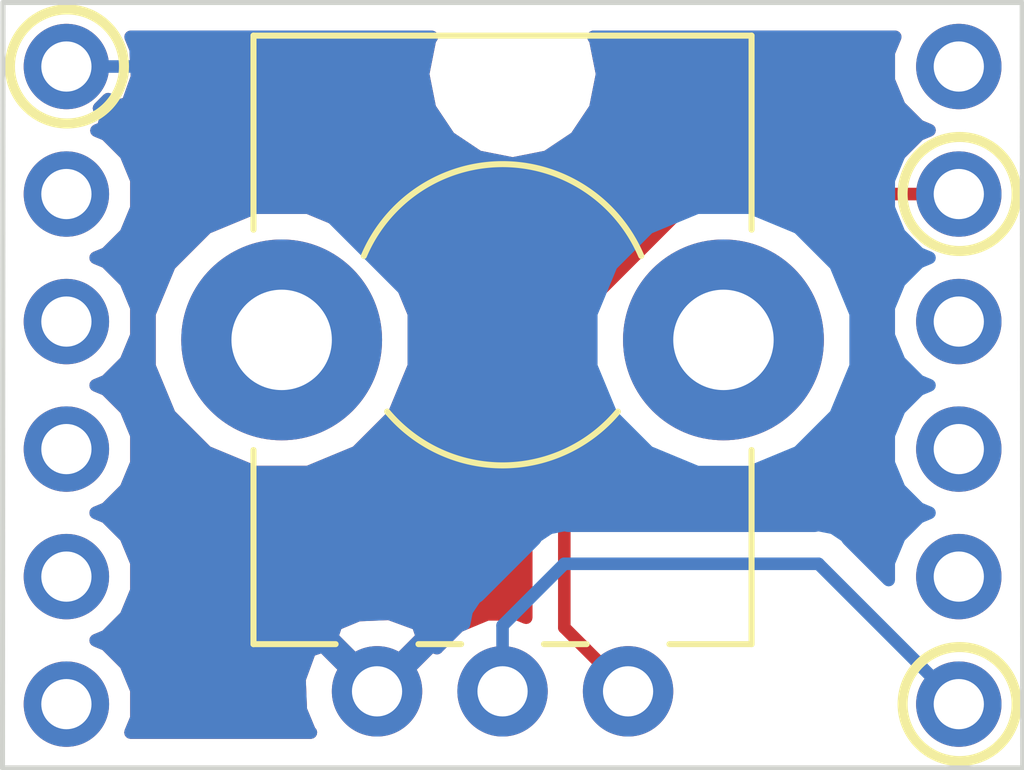
<source format=kicad_pcb>
(kicad_pcb (version 20171130) (host pcbnew "(5.0.1-3-g963ef8bb5)")

  (general
    (thickness 1.6)
    (drawings 3)
    (tracks 15)
    (zones 0)
    (modules 2)
    (nets 13)
  )

  (page A4)
  (layers
    (0 F.Cu signal)
    (31 B.Cu signal)
    (32 B.Adhes user)
    (33 F.Adhes user)
    (34 B.Paste user)
    (35 F.Paste user)
    (36 B.SilkS user)
    (37 F.SilkS user)
    (38 B.Mask user)
    (39 F.Mask user)
    (40 Dwgs.User user)
    (41 Cmts.User user)
    (42 Eco1.User user)
    (43 Eco2.User user)
    (44 Edge.Cuts user)
    (45 Margin user)
    (46 B.CrtYd user)
    (47 F.CrtYd user)
    (48 B.Fab user)
    (49 F.Fab user)
  )

  (setup
    (last_trace_width 0.25)
    (trace_clearance 0.2)
    (zone_clearance 0.508)
    (zone_45_only no)
    (trace_min 0.2)
    (segment_width 0.2)
    (edge_width 0.15)
    (via_size 0.8)
    (via_drill 0.4)
    (via_min_size 0.4)
    (via_min_drill 0.3)
    (uvia_size 0.3)
    (uvia_drill 0.1)
    (uvias_allowed no)
    (uvia_min_size 0.2)
    (uvia_min_drill 0.1)
    (pcb_text_width 0.3)
    (pcb_text_size 1.5 1.5)
    (mod_edge_width 0.15)
    (mod_text_size 1 1)
    (mod_text_width 0.15)
    (pad_size 1.524 1.524)
    (pad_drill 0.762)
    (pad_to_mask_clearance 0.2)
    (solder_mask_min_width 0.25)
    (aux_axis_origin 0 0)
    (visible_elements 7FFFFFFF)
    (pcbplotparams
      (layerselection 0x010fc_ffffffff)
      (usegerberextensions false)
      (usegerberattributes false)
      (usegerberadvancedattributes false)
      (creategerberjobfile false)
      (excludeedgelayer true)
      (linewidth 0.100000)
      (plotframeref false)
      (viasonmask false)
      (mode 1)
      (useauxorigin false)
      (hpglpennumber 1)
      (hpglpenspeed 20)
      (hpglpendiameter 15.000000)
      (psnegative false)
      (psa4output false)
      (plotreference true)
      (plotvalue true)
      (plotinvisibletext false)
      (padsonsilk false)
      (subtractmaskfromsilk false)
      (outputformat 1)
      (mirror false)
      (drillshape 1)
      (scaleselection 1)
      (outputdirectory ""))
  )

  (net 0 "")
  (net 1 "Net-(J1-Pad10)")
  (net 2 "Net-(J1-Pad8)")
  (net 3 "Net-(J1-Pad12)")
  (net 4 "Net-(J1-Pad11)")
  (net 5 "Net-(J1-Pad9)")
  (net 6 "Net-(J1-Pad7)")
  (net 7 "Net-(J1-Pad1)")
  (net 8 "Net-(J1-Pad6)")
  (net 9 "Net-(J1-Pad5)")
  (net 10 "Net-(J1-Pad2)")
  (net 11 "Net-(J1-Pad3)")
  (net 12 "Net-(J1-Pad4)")

  (net_class Default "Ceci est la Netclass par défaut."
    (clearance 0.2)
    (trace_width 0.25)
    (via_dia 0.8)
    (via_drill 0.4)
    (uvia_dia 0.3)
    (uvia_drill 0.1)
    (add_net "Net-(J1-Pad1)")
    (add_net "Net-(J1-Pad10)")
    (add_net "Net-(J1-Pad11)")
    (add_net "Net-(J1-Pad12)")
    (add_net "Net-(J1-Pad2)")
    (add_net "Net-(J1-Pad3)")
    (add_net "Net-(J1-Pad4)")
    (add_net "Net-(J1-Pad5)")
    (add_net "Net-(J1-Pad6)")
    (add_net "Net-(J1-Pad7)")
    (add_net "Net-(J1-Pad8)")
    (add_net "Net-(J1-Pad9)")
  )

  (module Common_Footprint:Potentiometer_Alps_RK09K_Horizontal (layer F.Cu) (tedit 5B58935C) (tstamp 5A86CDE0)
    (at 111.76 80.01 90)
    (descr "Potentiometer, horizontally mounted, Omeg PC16PU, Omeg PC16PU, Omeg PC16PU, Vishay/Spectrol 248GJ/249GJ Single, Vishay/Spectrol 248GJ/249GJ Single, Vishay/Spectrol 248GJ/249GJ Single, Vishay/Spectrol 248GH/249GH Single, Vishay/Spectrol 148/149 Single, Vishay/Spectrol 148/149 Single, Vishay/Spectrol 148/149 Single, Vishay/Spectrol 148A/149A Single with mounting plates, Vishay/Spectrol 148/149 Double, Vishay/Spectrol 148A/149A Double with mounting plates, Piher PC-16 Single, Piher PC-16 Single, Piher PC-16 Single, Piher PC-16SV Single, Piher PC-16 Double, Piher PC-16 Triple, Piher T16H Single, Piher T16L Single, Piher T16H Double, Alps RK163 Single, Alps RK163 Double, Alps RK097 Single, Alps RK097 Double, Bourns PTV09A-2 Single with mounting sleve Single, Bourns PTV09A-1 with mounting sleve Single, Bourns PRS11S Single, Alps RK09K Single with mounting sleve Single, Alps RK09K with mounting sleve Single, http://www.alps.com/prod/info/E/HTML/potentiometer/RotaryPotentiometers/RK09K/RK09D1130C1B.html")
    (tags "Potentiometer horizontal  Omeg PC16PU  Omeg PC16PU  Omeg PC16PU  Vishay/Spectrol 248GJ/249GJ Single  Vishay/Spectrol 248GJ/249GJ Single  Vishay/Spectrol 248GJ/249GJ Single  Vishay/Spectrol 248GH/249GH Single  Vishay/Spectrol 148/149 Single  Vishay/Spectrol 148/149 Single  Vishay/Spectrol 148/149 Single  Vishay/Spectrol 148A/149A Single with mounting plates  Vishay/Spectrol 148/149 Double  Vishay/Spectrol 148A/149A Double with mounting plates  Piher PC-16 Single  Piher PC-16 Single  Piher PC-16 Single  Piher PC-16SV Single  Piher PC-16 Double  Piher PC-16 Triple  Piher T16H Single  Piher T16L Single  Piher T16H Double  Alps RK163 Single  Alps RK163 Double  Alps RK097 Single  Alps RK097 Double  Bourns PTV09A-2 Single with mounting sleve Single  Bourns PTV09A-1 with mounting sleve Single  Bourns PRS11S Single  Alps RK09K Single with mounting sleve Single  Alps RK09K with mounting sleve Single")
    (path /5A8571BF)
    (fp_text reference RV1 (at 2.54 -2.54 180) (layer F.SilkS) hide
      (effects (font (size 1 1) (thickness 0.15)))
    )
    (fp_text value POT (at 6.05 5.15 90) (layer F.Fab) hide
      (effects (font (size 1 1) (thickness 0.15)))
    )
    (fp_arc (start 7.5 -2.5) (end 8.673 0.262) (angle -134) (layer F.SilkS) (width 0.12))
    (fp_arc (start 7.5 -2.5) (end 5.572 -4.798) (angle -100) (layer F.SilkS) (width 0.12))
    (fp_circle (center 7.5 -2.5) (end 10.75 -2.5) (layer F.Fab) (width 0.1))
    (fp_circle (center 7.5 -2.5) (end 10.5 -2.5) (layer F.Fab) (width 0.1))
    (fp_line (start 1 -7.4) (end 1 2.4) (layer F.Fab) (width 0.1))
    (fp_line (start 1 2.4) (end 13 2.4) (layer F.Fab) (width 0.1))
    (fp_line (start 13 2.4) (end 13 -7.4) (layer F.Fab) (width 0.1))
    (fp_line (start 13 -7.4) (end 1 -7.4) (layer F.Fab) (width 0.1))
    (fp_line (start 0.94 -7.461) (end 4.806 -7.461) (layer F.SilkS) (width 0.12))
    (fp_line (start 9.195 -7.461) (end 13.06 -7.461) (layer F.SilkS) (width 0.12))
    (fp_line (start 0.94 2.46) (end 4.806 2.46) (layer F.SilkS) (width 0.12))
    (fp_line (start 9.195 2.46) (end 13.06 2.46) (layer F.SilkS) (width 0.12))
    (fp_line (start 0.94 -7.461) (end 0.94 -5.825) (layer F.SilkS) (width 0.12))
    (fp_line (start 0.94 -4.175) (end 0.94 -3.325) (layer F.SilkS) (width 0.12))
    (fp_line (start 0.94 -1.675) (end 0.94 -0.825) (layer F.SilkS) (width 0.12))
    (fp_line (start 0.94 0.825) (end 0.94 2.46) (layer F.SilkS) (width 0.12))
    (fp_line (start 13.06 -7.461) (end 13.06 2.46) (layer F.SilkS) (width 0.12))
    (fp_line (start -1.15 -9.15) (end -1.15 4.15) (layer F.CrtYd) (width 0.05))
    (fp_line (start -1.15 4.15) (end 13.25 4.15) (layer F.CrtYd) (width 0.05))
    (fp_line (start 13.25 4.15) (end 13.25 -9.15) (layer F.CrtYd) (width 0.05))
    (fp_line (start 13.25 -9.15) (end -1.15 -9.15) (layer F.CrtYd) (width 0.05))
    (pad 3 thru_hole circle (at 0 -5 90) (size 1.8 1.8) (drill 1) (layers *.Cu *.Mask)
      (net 6 "Net-(J1-Pad7)"))
    (pad 2 thru_hole circle (at 0 -2.5 90) (size 1.8 1.8) (drill 1) (layers *.Cu *.Mask)
      (net 7 "Net-(J1-Pad1)"))
    (pad 1 thru_hole circle (at 0 0 90) (size 1.8 1.8) (drill 1) (layers *.Cu *.Mask)
      (net 9 "Net-(J1-Pad5)"))
    (pad 0 np_thru_hole circle (at 7 -6.9 90) (size 4 4) (drill 2) (layers *.Cu *.Mask))
    (pad 0 np_thru_hole circle (at 7 1.9 90) (size 4 4) (drill 2) (layers *.Cu *.Mask))
    (model ${KISYS3DMOD}/RK09K1130AH1.step
      (offset (xyz 6.3 2.5 1.4))
      (scale (xyz 1 1 1))
      (rotate (xyz 0 0 90))
    )
  )

  (module Common_Footprint:l0_Shield_Socket (layer F.Cu) (tedit 5C657850) (tstamp 5AB41B44)
    (at 109.460001 73.915001)
    (path /5A857108)
    (fp_text reference J1 (at 0 0.5) (layer F.SilkS) hide
      (effects (font (size 1 1) (thickness 0.15)))
    )
    (fp_text value l0_Socket (at 0 -0.5) (layer F.Fab)
      (effects (font (size 1 1) (thickness 0.15)))
    )
    (fp_line (start -10.15 -7.625) (end -10.16 7.62) (layer Edge.Cuts) (width 0.1))
    (fp_line (start -10.15 -7.625) (end 10.15 -7.625) (layer Edge.Cuts) (width 0.1))
    (fp_line (start -10.16 7.62) (end 10.16 7.62) (layer Edge.Cuts) (width 0.1))
    (fp_line (start 10.15 -7.625) (end 10.16 7.62) (layer Edge.Cuts) (width 0.1))
    (pad 5 thru_hole circle (at 8.8875 -3.81 270) (size 1.7 1.7) (drill 1) (layers *.Cu *.Mask)
      (net 9 "Net-(J1-Pad5)"))
    (pad 6 thru_hole circle (at 8.8875 -6.35 270) (size 1.7 1.7) (drill 1) (layers *.Cu *.Mask)
      (net 8 "Net-(J1-Pad6)"))
    (pad 2 thru_hole circle (at 8.8875 3.81 270) (size 1.7 1.7) (drill 1) (layers *.Cu *.Mask)
      (net 10 "Net-(J1-Pad2)"))
    (pad 4 thru_hole circle (at 8.8875 -1.27 270) (size 1.7 1.7) (drill 1) (layers *.Cu *.Mask)
      (net 12 "Net-(J1-Pad4)"))
    (pad 1 thru_hole circle (at 8.8875 6.35 270) (size 1.7 1.7) (drill 1) (layers *.Cu *.Mask)
      (net 7 "Net-(J1-Pad1)"))
    (pad 7 thru_hole circle (at -8.8875 -6.35 270) (size 1.7 1.7) (drill 1) (layers *.Cu *.Mask)
      (net 6 "Net-(J1-Pad7)"))
    (pad 11 thru_hole circle (at -8.8875 3.81 270) (size 1.7 1.7) (drill 1) (layers *.Cu *.Mask)
      (net 4 "Net-(J1-Pad11)"))
    (pad 9 thru_hole circle (at -8.8875 -1.27 270) (size 1.7 1.7) (drill 1) (layers *.Cu *.Mask)
      (net 5 "Net-(J1-Pad9)"))
    (pad 3 thru_hole circle (at 8.8875 1.27 270) (size 1.7 1.7) (drill 1) (layers *.Cu *.Mask)
      (net 11 "Net-(J1-Pad3)"))
    (pad 10 thru_hole circle (at -8.8875 1.27 270) (size 1.7 1.7) (drill 1) (layers *.Cu *.Mask)
      (net 1 "Net-(J1-Pad10)"))
    (pad 12 thru_hole circle (at -8.8875 6.35 270) (size 1.7 1.7) (drill 1) (layers *.Cu *.Mask)
      (net 3 "Net-(J1-Pad12)"))
    (pad 8 thru_hole circle (at -8.8875 -3.81 270) (size 1.7 1.7) (drill 1) (layers *.Cu *.Mask)
      (net 2 "Net-(J1-Pad8)"))
  )

  (gr_circle (center 118.364 70.104) (end 119.38 70.612) (layer F.SilkS) (width 0.2))
  (gr_circle (center 118.364 80.264) (end 119.38 80.772) (layer F.SilkS) (width 0.2))
  (gr_circle (center 100.584 67.564) (end 101.6 68.072) (layer F.SilkS) (width 0.2))

  (segment (start 101.651132 67.564) (end 102.855002 67.564) (width 0.25) (layer B.Cu) (net 6))
  (segment (start 102.855002 67.564) (end 107.659999 72.368997) (width 0.25) (layer B.Cu) (net 6))
  (segment (start 107.659999 72.368997) (end 107.659999 79.110001) (width 0.25) (layer B.Cu) (net 6))
  (segment (start 107.659999 79.110001) (end 106.76 80.01) (width 0.25) (layer B.Cu) (net 6))
  (segment (start 100.572501 67.565001) (end 101.650131 67.565001) (width 0.25) (layer B.Cu) (net 6))
  (segment (start 101.650131 67.565001) (end 101.651132 67.564) (width 0.25) (layer B.Cu) (net 6))
  (segment (start 110.49 77.47) (end 115.5525 77.47) (width 0.25) (layer B.Cu) (net 7))
  (segment (start 115.5525 77.47) (end 118.347501 80.265001) (width 0.25) (layer B.Cu) (net 7))
  (segment (start 109.26 78.7) (end 110.49 77.47) (width 0.25) (layer B.Cu) (net 7))
  (segment (start 109.26 80.01) (end 109.26 78.7) (width 0.25) (layer B.Cu) (net 7))
  (segment (start 111.76 80.01) (end 110.49 78.74) (width 0.25) (layer F.Cu) (net 9))
  (segment (start 110.49 78.74) (end 110.49 72.738998) (width 0.25) (layer F.Cu) (net 9))
  (segment (start 110.49 72.738998) (end 113.123997 70.105001) (width 0.25) (layer F.Cu) (net 9))
  (segment (start 113.123997 70.105001) (end 117.269871 70.105001) (width 0.25) (layer F.Cu) (net 9))
  (segment (start 117.269871 70.105001) (end 118.347501 70.105001) (width 0.25) (layer F.Cu) (net 9))

  (zone (net 6) (net_name "Net-(J1-Pad7)") (layer F.Cu) (tstamp 0) (hatch edge 0.508)
    (connect_pads (clearance 0.508))
    (min_thickness 0.254)
    (fill yes (arc_segments 16) (thermal_gap 0.508) (thermal_bridge_width 0.508))
    (polygon
      (pts
        (xy 99.314 66.294) (xy 119.634 66.294) (xy 119.634 81.534) (xy 99.314 81.534)
      )
    )
    (filled_polygon
      (pts
        (xy 107.810876 67.031911) (xy 107.675001 67.715001) (xy 107.810876 68.398091) (xy 108.197815 68.977187) (xy 108.776911 69.364126)
        (xy 109.460001 69.500001) (xy 110.143091 69.364126) (xy 110.722187 68.977187) (xy 111.109126 68.398091) (xy 111.245001 67.715001)
        (xy 111.109126 67.031911) (xy 111.0711 66.975001) (xy 117.079785 66.975001) (xy 116.950501 67.28712) (xy 116.950501 67.842882)
        (xy 117.163181 68.356338) (xy 117.556164 68.749321) (xy 117.763014 68.835001) (xy 117.556164 68.920681) (xy 117.163181 69.313664)
        (xy 117.150201 69.345001) (xy 113.198843 69.345001) (xy 113.123996 69.330113) (xy 113.049149 69.345001) (xy 113.049145 69.345001)
        (xy 112.82746 69.389097) (xy 112.576068 69.557072) (xy 112.533668 69.620528) (xy 110.005528 72.148669) (xy 109.942072 72.191069)
        (xy 109.899672 72.254525) (xy 109.899671 72.254526) (xy 109.774097 72.442461) (xy 109.715112 72.738998) (xy 109.730001 72.81385)
        (xy 109.73 78.543209) (xy 109.56533 78.475) (xy 108.95467 78.475) (xy 108.390493 78.70869) (xy 107.95869 79.140493)
        (xy 107.955461 79.14829) (xy 107.840159 79.109446) (xy 106.939605 80.01) (xy 106.953748 80.024143) (xy 106.774143 80.203748)
        (xy 106.76 80.189605) (xy 106.745858 80.203748) (xy 106.566253 80.024143) (xy 106.580395 80.01) (xy 105.679841 79.109446)
        (xy 105.423357 79.195852) (xy 105.213542 79.769336) (xy 105.239161 80.37946) (xy 105.423357 80.824148) (xy 105.440731 80.830001)
        (xy 101.850573 80.830001) (xy 101.969501 80.542882) (xy 101.969501 79.98712) (xy 101.756821 79.473664) (xy 101.363838 79.080681)
        (xy 101.156988 78.995001) (xy 101.314298 78.929841) (xy 105.859446 78.929841) (xy 106.76 79.830395) (xy 107.660554 78.929841)
        (xy 107.574148 78.673357) (xy 107.000664 78.463542) (xy 106.39054 78.489161) (xy 105.945852 78.673357) (xy 105.859446 78.929841)
        (xy 101.314298 78.929841) (xy 101.363838 78.909321) (xy 101.756821 78.516338) (xy 101.969501 78.002882) (xy 101.969501 77.44712)
        (xy 101.756821 76.933664) (xy 101.363838 76.540681) (xy 101.156988 76.455001) (xy 101.363838 76.369321) (xy 101.756821 75.976338)
        (xy 101.969501 75.462882) (xy 101.969501 74.90712) (xy 101.756821 74.393664) (xy 101.363838 74.000681) (xy 101.156988 73.915001)
        (xy 101.363838 73.829321) (xy 101.756821 73.436338) (xy 101.969501 72.922882) (xy 101.969501 72.485866) (xy 102.225 72.485866)
        (xy 102.225 73.534134) (xy 102.626155 74.502608) (xy 103.367392 75.243845) (xy 104.335866 75.645) (xy 105.384134 75.645)
        (xy 106.352608 75.243845) (xy 107.093845 74.502608) (xy 107.495 73.534134) (xy 107.495 72.485866) (xy 107.093845 71.517392)
        (xy 106.352608 70.776155) (xy 105.384134 70.375) (xy 104.335866 70.375) (xy 103.367392 70.776155) (xy 102.626155 71.517392)
        (xy 102.225 72.485866) (xy 101.969501 72.485866) (xy 101.969501 72.36712) (xy 101.756821 71.853664) (xy 101.363838 71.460681)
        (xy 101.156988 71.375001) (xy 101.363838 71.289321) (xy 101.756821 70.896338) (xy 101.969501 70.382882) (xy 101.969501 69.82712)
        (xy 101.756821 69.313664) (xy 101.363838 68.920681) (xy 101.172854 68.841573) (xy 101.303644 68.787398) (xy 101.373109 68.545214)
        (xy 101.223918 68.396023) (xy 101.403523 68.216418) (xy 101.552714 68.365609) (xy 101.794898 68.296144) (xy 101.981645 67.772699)
        (xy 101.953863 67.217633) (xy 101.853361 66.975001) (xy 107.848902 66.975001)
      )
    )
  )
  (zone (net 6) (net_name "Net-(J1-Pad7)") (layer B.Cu) (tstamp 0) (hatch edge 0.508)
    (connect_pads (clearance 0.508))
    (min_thickness 0.254)
    (fill yes (arc_segments 16) (thermal_gap 0.508) (thermal_bridge_width 0.508))
    (polygon
      (pts
        (xy 119.634 81.534) (xy 99.314 81.534) (xy 99.314 66.294) (xy 119.634 66.294)
      )
    )
    (filled_polygon
      (pts
        (xy 107.810876 67.031911) (xy 107.675001 67.715001) (xy 107.810876 68.398091) (xy 108.197815 68.977187) (xy 108.776911 69.364126)
        (xy 109.460001 69.500001) (xy 110.143091 69.364126) (xy 110.722187 68.977187) (xy 111.109126 68.398091) (xy 111.245001 67.715001)
        (xy 111.109126 67.031911) (xy 111.0711 66.975001) (xy 117.079785 66.975001) (xy 116.950501 67.28712) (xy 116.950501 67.842882)
        (xy 117.163181 68.356338) (xy 117.556164 68.749321) (xy 117.763014 68.835001) (xy 117.556164 68.920681) (xy 117.163181 69.313664)
        (xy 116.950501 69.82712) (xy 116.950501 70.382882) (xy 117.163181 70.896338) (xy 117.556164 71.289321) (xy 117.763014 71.375001)
        (xy 117.556164 71.460681) (xy 117.163181 71.853664) (xy 116.950501 72.36712) (xy 116.950501 72.922882) (xy 117.163181 73.436338)
        (xy 117.556164 73.829321) (xy 117.763014 73.915001) (xy 117.556164 74.000681) (xy 117.163181 74.393664) (xy 116.950501 74.90712)
        (xy 116.950501 75.462882) (xy 117.163181 75.976338) (xy 117.556164 76.369321) (xy 117.763014 76.455001) (xy 117.556164 76.540681)
        (xy 117.163181 76.933664) (xy 116.950501 77.44712) (xy 116.950501 77.793199) (xy 116.142831 76.98553) (xy 116.100429 76.922071)
        (xy 115.849037 76.754096) (xy 115.627352 76.71) (xy 115.627347 76.71) (xy 115.5525 76.695112) (xy 115.477653 76.71)
        (xy 110.564848 76.71) (xy 110.49 76.695112) (xy 110.415152 76.71) (xy 110.415148 76.71) (xy 110.241605 76.74452)
        (xy 110.193462 76.754096) (xy 110.006418 76.879076) (xy 109.942071 76.922071) (xy 109.899671 76.985527) (xy 108.775528 78.109671)
        (xy 108.712072 78.152071) (xy 108.669672 78.215527) (xy 108.669671 78.215528) (xy 108.544097 78.403463) (xy 108.491724 78.666759)
        (xy 108.390493 78.70869) (xy 107.95869 79.140493) (xy 107.955461 79.14829) (xy 107.840159 79.109446) (xy 106.939605 80.01)
        (xy 106.953748 80.024143) (xy 106.774143 80.203748) (xy 106.76 80.189605) (xy 106.745858 80.203748) (xy 106.566253 80.024143)
        (xy 106.580395 80.01) (xy 105.679841 79.109446) (xy 105.423357 79.195852) (xy 105.213542 79.769336) (xy 105.239161 80.37946)
        (xy 105.423357 80.824148) (xy 105.440731 80.830001) (xy 101.850573 80.830001) (xy 101.969501 80.542882) (xy 101.969501 79.98712)
        (xy 101.756821 79.473664) (xy 101.363838 79.080681) (xy 101.156988 78.995001) (xy 101.314298 78.929841) (xy 105.859446 78.929841)
        (xy 106.76 79.830395) (xy 107.660554 78.929841) (xy 107.574148 78.673357) (xy 107.000664 78.463542) (xy 106.39054 78.489161)
        (xy 105.945852 78.673357) (xy 105.859446 78.929841) (xy 101.314298 78.929841) (xy 101.363838 78.909321) (xy 101.756821 78.516338)
        (xy 101.969501 78.002882) (xy 101.969501 77.44712) (xy 101.756821 76.933664) (xy 101.363838 76.540681) (xy 101.156988 76.455001)
        (xy 101.363838 76.369321) (xy 101.756821 75.976338) (xy 101.969501 75.462882) (xy 101.969501 74.90712) (xy 101.756821 74.393664)
        (xy 101.363838 74.000681) (xy 101.156988 73.915001) (xy 101.363838 73.829321) (xy 101.756821 73.436338) (xy 101.969501 72.922882)
        (xy 101.969501 72.485866) (xy 102.225 72.485866) (xy 102.225 73.534134) (xy 102.626155 74.502608) (xy 103.367392 75.243845)
        (xy 104.335866 75.645) (xy 105.384134 75.645) (xy 106.352608 75.243845) (xy 107.093845 74.502608) (xy 107.495 73.534134)
        (xy 107.495 72.485866) (xy 111.025 72.485866) (xy 111.025 73.534134) (xy 111.426155 74.502608) (xy 112.167392 75.243845)
        (xy 113.135866 75.645) (xy 114.184134 75.645) (xy 115.152608 75.243845) (xy 115.893845 74.502608) (xy 116.295 73.534134)
        (xy 116.295 72.485866) (xy 115.893845 71.517392) (xy 115.152608 70.776155) (xy 114.184134 70.375) (xy 113.135866 70.375)
        (xy 112.167392 70.776155) (xy 111.426155 71.517392) (xy 111.025 72.485866) (xy 107.495 72.485866) (xy 107.093845 71.517392)
        (xy 106.352608 70.776155) (xy 105.384134 70.375) (xy 104.335866 70.375) (xy 103.367392 70.776155) (xy 102.626155 71.517392)
        (xy 102.225 72.485866) (xy 101.969501 72.485866) (xy 101.969501 72.36712) (xy 101.756821 71.853664) (xy 101.363838 71.460681)
        (xy 101.156988 71.375001) (xy 101.363838 71.289321) (xy 101.756821 70.896338) (xy 101.969501 70.382882) (xy 101.969501 69.82712)
        (xy 101.756821 69.313664) (xy 101.363838 68.920681) (xy 101.172854 68.841573) (xy 101.303644 68.787398) (xy 101.373109 68.545214)
        (xy 101.223918 68.396023) (xy 101.403523 68.216418) (xy 101.552714 68.365609) (xy 101.794898 68.296144) (xy 101.981645 67.772699)
        (xy 101.953863 67.217633) (xy 101.853361 66.975001) (xy 107.848902 66.975001)
      )
    )
  )
)

</source>
